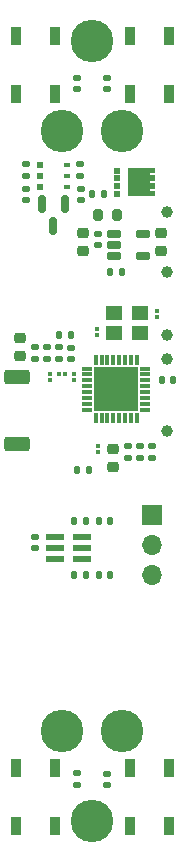
<source format=gbr>
%TF.GenerationSoftware,KiCad,Pcbnew,(6.0.9)*%
%TF.CreationDate,2022-12-14T11:00:14+00:00*%
%TF.ProjectId,ESP8285 PlantLight,45535038-3238-4352-9050-6c616e744c69,rev?*%
%TF.SameCoordinates,Original*%
%TF.FileFunction,Soldermask,Top*%
%TF.FilePolarity,Negative*%
%FSLAX46Y46*%
G04 Gerber Fmt 4.6, Leading zero omitted, Abs format (unit mm)*
G04 Created by KiCad (PCBNEW (6.0.9)) date 2022-12-14 11:00:14*
%MOMM*%
%LPD*%
G01*
G04 APERTURE LIST*
G04 Aperture macros list*
%AMRoundRect*
0 Rectangle with rounded corners*
0 $1 Rounding radius*
0 $2 $3 $4 $5 $6 $7 $8 $9 X,Y pos of 4 corners*
0 Add a 4 corners polygon primitive as box body*
4,1,4,$2,$3,$4,$5,$6,$7,$8,$9,$2,$3,0*
0 Add four circle primitives for the rounded corners*
1,1,$1+$1,$2,$3*
1,1,$1+$1,$4,$5*
1,1,$1+$1,$6,$7*
1,1,$1+$1,$8,$9*
0 Add four rect primitives between the rounded corners*
20,1,$1+$1,$2,$3,$4,$5,0*
20,1,$1+$1,$4,$5,$6,$7,0*
20,1,$1+$1,$6,$7,$8,$9,0*
20,1,$1+$1,$8,$9,$2,$3,0*%
%AMFreePoly0*
4,1,17,1.371000,0.720000,0.950000,0.720000,0.950000,0.580000,1.370000,0.580000,1.370000,0.080000,0.950000,0.080000,0.950000,-0.080000,1.370000,-0.080000,1.370000,-0.580000,0.950000,-0.580000,0.950000,-0.720000,1.370000,-0.720000,1.370000,-1.225000,-0.950000,-1.225000,-0.950000,1.225000,1.371000,1.225000,1.371000,0.720000,1.371000,0.720000,$1*%
G04 Aperture macros list end*
%ADD10RoundRect,0.030000X0.680000X0.220000X-0.680000X0.220000X-0.680000X-0.220000X0.680000X-0.220000X0*%
%ADD11RoundRect,0.046900X-0.538100X0.288100X-0.538100X-0.288100X0.538100X-0.288100X0.538100X0.288100X0*%
%ADD12RoundRect,0.008100X0.126900X-0.396900X0.126900X0.396900X-0.126900X0.396900X-0.126900X-0.396900X0*%
%ADD13RoundRect,0.008100X-0.396900X-0.126900X0.396900X-0.126900X0.396900X0.126900X-0.396900X0.126900X0*%
%ADD14R,3.700000X3.700000*%
%ADD15R,0.550000X0.400000*%
%ADD16R,0.550000X0.550000*%
%ADD17RoundRect,0.135000X0.135000X0.185000X-0.135000X0.185000X-0.135000X-0.185000X0.135000X-0.185000X0*%
%ADD18RoundRect,0.140000X0.140000X0.170000X-0.140000X0.170000X-0.140000X-0.170000X0.140000X-0.170000X0*%
%ADD19RoundRect,0.140000X0.170000X-0.140000X0.170000X0.140000X-0.170000X0.140000X-0.170000X-0.140000X0*%
%ADD20RoundRect,0.250000X-0.850000X0.350000X-0.850000X-0.350000X0.850000X-0.350000X0.850000X0.350000X0*%
%ADD21RoundRect,0.135000X-0.135000X-0.185000X0.135000X-0.185000X0.135000X0.185000X-0.135000X0.185000X0*%
%ADD22RoundRect,0.140000X-0.170000X0.140000X-0.170000X-0.140000X0.170000X-0.140000X0.170000X0.140000X0*%
%ADD23C,1.000000*%
%ADD24RoundRect,0.075000X0.075000X-0.125000X0.075000X0.125000X-0.075000X0.125000X-0.075000X-0.125000X0*%
%ADD25RoundRect,0.140000X-0.140000X-0.170000X0.140000X-0.170000X0.140000X0.170000X-0.140000X0.170000X0*%
%ADD26R,1.400000X1.200000*%
%ADD27R,0.900000X1.500000*%
%ADD28RoundRect,0.075000X-0.075000X0.125000X-0.075000X-0.125000X0.075000X-0.125000X0.075000X0.125000X0*%
%ADD29RoundRect,0.135000X0.185000X-0.135000X0.185000X0.135000X-0.185000X0.135000X-0.185000X-0.135000X0*%
%ADD30RoundRect,0.225000X0.250000X-0.225000X0.250000X0.225000X-0.250000X0.225000X-0.250000X-0.225000X0*%
%ADD31RoundRect,0.150000X-0.150000X0.587500X-0.150000X-0.587500X0.150000X-0.587500X0.150000X0.587500X0*%
%ADD32RoundRect,0.225000X-0.250000X0.225000X-0.250000X-0.225000X0.250000X-0.225000X0.250000X0.225000X0*%
%ADD33R,1.700000X1.700000*%
%ADD34O,1.700000X1.700000*%
%ADD35RoundRect,0.200000X0.200000X0.275000X-0.200000X0.275000X-0.200000X-0.275000X0.200000X-0.275000X0*%
%ADD36C,3.600000*%
%ADD37RoundRect,0.075000X0.125000X0.075000X-0.125000X0.075000X-0.125000X-0.075000X0.125000X-0.075000X0*%
%ADD38R,0.630000X0.500000*%
%ADD39FreePoly0,0.000000*%
G04 APERTURE END LIST*
D10*
%TO.C,U4*%
X151513000Y-89596000D03*
X151513000Y-88646000D03*
X151513000Y-87696000D03*
X149223000Y-87696000D03*
X149223000Y-88646000D03*
X149223000Y-89596000D03*
%TD*%
D11*
%TO.C,U3*%
X154228000Y-62052000D03*
X154228000Y-62992000D03*
X154228000Y-63932000D03*
X156668000Y-63932000D03*
X156668000Y-62052000D03*
%TD*%
D12*
%TO.C,U2*%
X152682000Y-77629000D03*
X153182000Y-77629000D03*
X153682000Y-77629000D03*
X154182000Y-77629000D03*
X154682000Y-77629000D03*
X155182000Y-77629000D03*
X155682000Y-77629000D03*
X156182000Y-77629000D03*
X156182000Y-72739000D03*
X155682000Y-72739000D03*
X155182000Y-72739000D03*
X154682000Y-72739000D03*
X154182000Y-72739000D03*
X153682000Y-72739000D03*
X153182000Y-72739000D03*
X152682000Y-72739000D03*
D13*
X151987000Y-73434000D03*
X151987000Y-73934000D03*
X151987000Y-74434000D03*
X151987000Y-74934000D03*
X151987000Y-75434000D03*
X151987000Y-75934000D03*
X151987000Y-76434000D03*
X151987000Y-76934000D03*
X156877000Y-76934000D03*
X156877000Y-76434000D03*
X156877000Y-75934000D03*
X156877000Y-75434000D03*
X156877000Y-74934000D03*
X156877000Y-74434000D03*
X156877000Y-73934000D03*
X156877000Y-73434000D03*
D14*
X154432000Y-75184000D03*
%TD*%
D15*
%TO.C,U1*%
X150248000Y-58100000D03*
X150248000Y-57150000D03*
X150248000Y-56200000D03*
D16*
X147948000Y-56200000D03*
X147948000Y-57150000D03*
X147948000Y-58100000D03*
%TD*%
D17*
%TO.C,R14*%
X151866000Y-86360000D03*
X150846000Y-86360000D03*
%TD*%
D18*
%TO.C,R15*%
X153896000Y-86360000D03*
X152936000Y-86360000D03*
%TD*%
D19*
%TO.C,C19*%
X147574000Y-88618000D03*
X147574000Y-87658000D03*
%TD*%
D20*
%TO.C,AE1*%
X146050000Y-74112000D03*
X146050000Y-79812000D03*
%TD*%
D21*
%TO.C,R13*%
X150874000Y-90932000D03*
X151894000Y-90932000D03*
%TD*%
D22*
%TO.C,C16*%
X153670000Y-48796000D03*
X153670000Y-49756000D03*
%TD*%
%TO.C,C1*%
X146812000Y-58194000D03*
X146812000Y-59154000D03*
%TD*%
D23*
%TO.C,GND1*%
X158750000Y-65278000D03*
%TD*%
D19*
%TO.C,C4*%
X152908000Y-62964000D03*
X152908000Y-62004000D03*
%TD*%
%TO.C,C17*%
X150622000Y-72616000D03*
X150622000Y-71656000D03*
%TD*%
D24*
%TO.C,R2*%
X152908000Y-80514000D03*
X152908000Y-80014000D03*
%TD*%
D19*
%TO.C,C15*%
X149606000Y-72588000D03*
X149606000Y-71628000D03*
%TD*%
D23*
%TO.C,3.3V1*%
X158750000Y-60198000D03*
%TD*%
D25*
%TO.C,R12*%
X152936000Y-90932000D03*
X153896000Y-90932000D03*
%TD*%
D23*
%TO.C,RX1*%
X158750000Y-72644000D03*
%TD*%
D19*
%TO.C,R1*%
X151414000Y-59158000D03*
X151414000Y-58198000D03*
%TD*%
D22*
%TO.C,C8*%
X148590000Y-71628000D03*
X148590000Y-72588000D03*
%TD*%
D26*
%TO.C,Y1*%
X154264000Y-70446000D03*
X156464000Y-70446000D03*
X156464000Y-68746000D03*
X154264000Y-68746000D03*
%TD*%
D22*
%TO.C,C18*%
X153670000Y-107724000D03*
X153670000Y-108684000D03*
%TD*%
%TO.C,C5*%
X147574000Y-71628000D03*
X147574000Y-72588000D03*
%TD*%
D21*
%TO.C,R11*%
X153922000Y-65278000D03*
X154942000Y-65278000D03*
%TD*%
D27*
%TO.C,D1*%
X158876000Y-45302000D03*
X155576000Y-45302000D03*
X155576000Y-50202000D03*
X158876000Y-50202000D03*
%TD*%
D28*
%TO.C,C13*%
X148844000Y-73918000D03*
X148844000Y-74418000D03*
%TD*%
D29*
%TO.C,R5*%
X156464000Y-81028000D03*
X156464000Y-80008000D03*
%TD*%
D30*
%TO.C,C14*%
X158242000Y-63513000D03*
X158242000Y-61963000D03*
%TD*%
D27*
%TO.C,D2*%
X145924000Y-50202000D03*
X149224000Y-50202000D03*
X149224000Y-45302000D03*
X145924000Y-45302000D03*
%TD*%
D28*
%TO.C,C9*%
X157904000Y-68584000D03*
X157904000Y-69084000D03*
%TD*%
D29*
%TO.C,R3*%
X155448000Y-81028000D03*
X155448000Y-80008000D03*
%TD*%
D17*
%TO.C,R7*%
X153418000Y-58674000D03*
X152398000Y-58674000D03*
%TD*%
D31*
%TO.C,Q1*%
X150048000Y-59514500D03*
X148148000Y-59514500D03*
X149098000Y-61389500D03*
%TD*%
D23*
%TO.C,TX1*%
X158750000Y-70612000D03*
%TD*%
D32*
%TO.C,C12*%
X146304000Y-70853000D03*
X146304000Y-72403000D03*
%TD*%
D33*
%TO.C,J1*%
X157480000Y-85867000D03*
D34*
X157480000Y-88407000D03*
X157480000Y-90947000D03*
%TD*%
D30*
%TO.C,C3*%
X151638000Y-63513000D03*
X151638000Y-61963000D03*
%TD*%
D19*
%TO.C,C11*%
X151102000Y-49756000D03*
X151102000Y-48796000D03*
%TD*%
D32*
%TO.C,C2*%
X154178000Y-80251000D03*
X154178000Y-81801000D03*
%TD*%
D35*
%TO.C,FB1*%
X154495000Y-60452000D03*
X152845000Y-60452000D03*
%TD*%
D23*
%TO.C,GPIO1*%
X158750000Y-78740000D03*
%TD*%
D29*
%TO.C,R6*%
X151384000Y-57152000D03*
X151384000Y-56132000D03*
%TD*%
D25*
%TO.C,R12*%
X158270000Y-74422000D03*
X159230000Y-74422000D03*
%TD*%
D29*
%TO.C,R8*%
X146812000Y-57152000D03*
X146812000Y-56132000D03*
%TD*%
D36*
%TO.C,BT1*%
X152400000Y-45720000D03*
X154940000Y-53340000D03*
X149860000Y-53340000D03*
X149860000Y-104140000D03*
X152400000Y-111760000D03*
X154940000Y-104140000D03*
%TD*%
D19*
%TO.C,C6*%
X151130000Y-108656000D03*
X151130000Y-107696000D03*
%TD*%
D24*
%TO.C,C10*%
X152824000Y-70608000D03*
X152824000Y-70108000D03*
%TD*%
D27*
%TO.C,D4*%
X158876000Y-107278000D03*
X155576000Y-107278000D03*
X155576000Y-112178000D03*
X158876000Y-112178000D03*
%TD*%
%TO.C,D3*%
X145924000Y-112178000D03*
X149224000Y-112178000D03*
X149224000Y-107278000D03*
X145924000Y-107278000D03*
%TD*%
D37*
%TO.C,L1*%
X150110000Y-73914000D03*
X149610000Y-73914000D03*
%TD*%
D28*
%TO.C,C7*%
X150876000Y-73918000D03*
X150876000Y-74418000D03*
%TD*%
D21*
%TO.C,R9*%
X149604000Y-70612000D03*
X150624000Y-70612000D03*
%TD*%
D29*
%TO.C,R4*%
X157480000Y-81028000D03*
X157480000Y-80008000D03*
%TD*%
D38*
%TO.C,Q2*%
X154516000Y-56688000D03*
X154516000Y-57328000D03*
X154516000Y-57988000D03*
X154516000Y-58628000D03*
D39*
X156341000Y-57658000D03*
%TD*%
D21*
%TO.C,R10*%
X151128000Y-82042000D03*
X152148000Y-82042000D03*
%TD*%
M02*

</source>
